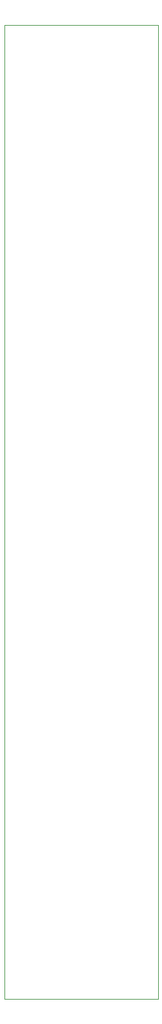
<source format=gm1>
G04 #@! TF.GenerationSoftware,KiCad,Pcbnew,9.0.7*
G04 #@! TF.CreationDate,2026-01-04T21:32:23+01:00*
G04 #@! TF.ProjectId,board_F,626f6172-645f-4462-9e6b-696361645f70,rev?*
G04 #@! TF.SameCoordinates,Original*
G04 #@! TF.FileFunction,Profile,NP*
%FSLAX46Y46*%
G04 Gerber Fmt 4.6, Leading zero omitted, Abs format (unit mm)*
G04 Created by KiCad (PCBNEW 9.0.7) date 2026-01-04 21:32:23*
%MOMM*%
%LPD*%
G01*
G04 APERTURE LIST*
G04 #@! TA.AperFunction,Profile*
%ADD10C,0.100000*%
G04 #@! TD*
G04 APERTURE END LIST*
D10*
X139840000Y-164250000D02*
X139840000Y-35750000D01*
X160160000Y-164250000D02*
X139840000Y-164250000D01*
X139840000Y-35750000D02*
X160160000Y-35750000D01*
X160160000Y-35750000D02*
X160160000Y-164250000D01*
M02*

</source>
